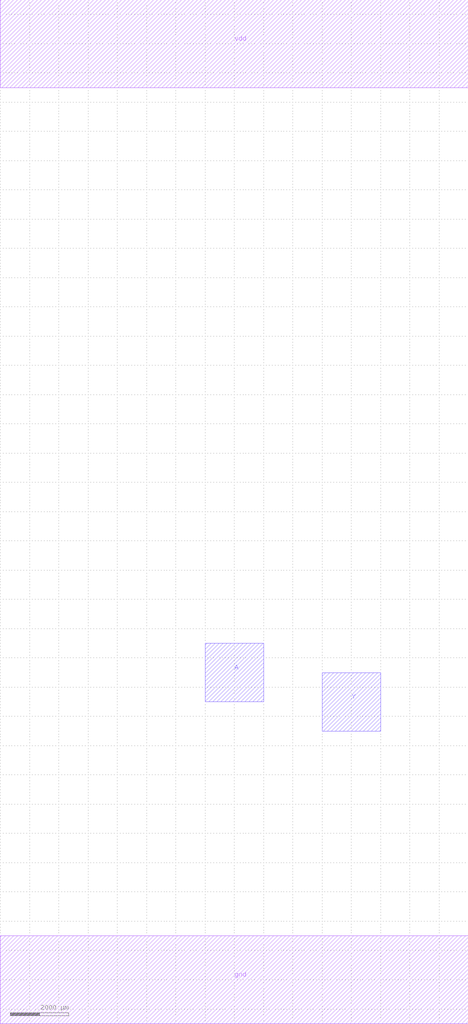
<source format=lef>
MACRO INV
 CLASS CORE ;
 ORIGIN 0 0 ;
 FOREIGN INV 0 0 ;
 SITE CORE ;
 SYMMETRY X Y R90 ;
  PIN vdd
   DIRECTION INOUT ;
   USE SIGNAL ;
   SHAPE ABUTMENT ;
    PORT
     CLASS CORE ;
       LAYER metal1 ;
        RECT 0.00000000 30500.00000000 16000.00000000 33500.00000000 ;
    END
  END vdd

  PIN gnd
   DIRECTION INOUT ;
   USE SIGNAL ;
   SHAPE ABUTMENT ;
    PORT
     CLASS CORE ;
       LAYER metal1 ;
        RECT 0.00000000 -1500.00000000 16000.00000000 1500.00000000 ;
    END
  END gnd

  PIN A
   DIRECTION INOUT ;
   USE SIGNAL ;
   SHAPE ABUTMENT ;
    PORT
     CLASS CORE ;
       LAYER metal2 ;
        RECT 7000.00000000 9500.00000000 9000.00000000 11500.00000000 ;
    END
  END A

  PIN Y
   DIRECTION INOUT ;
   USE SIGNAL ;
   SHAPE ABUTMENT ;
    PORT
     CLASS CORE ;
       LAYER metal2 ;
        RECT 11000.00000000 8500.00000000 13000.00000000 10500.00000000 ;
    END
  END Y


END INV

</source>
